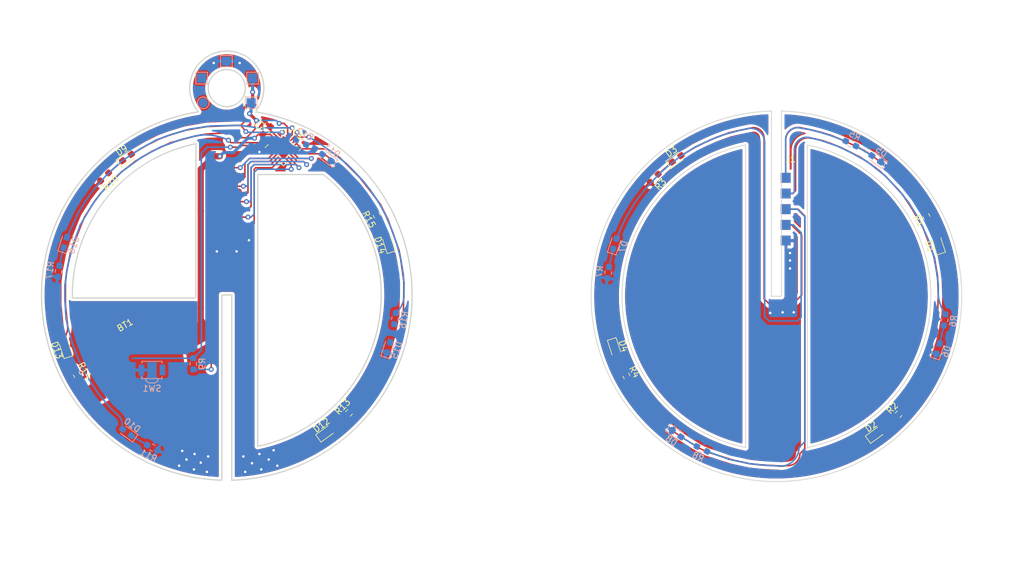
<source format=kicad_pcb>
(kicad_pcb (version 20211014) (generator pcbnew)
  (layers (0 "F.Cu" signal) (31 "B.Cu" signal) (34 "B.Paste" user) (35 "F.Paste" user) (36 "B.SilkS" user "B.Silkscreen") (37 "F.SilkS" user "F.Silkscreen") (38 "B.Mask" user) (39 "F.Mask" user) (44 "Edge.Cuts" user))
  (net 0 "")
  (net 1 "+3V0")
  (net 2 "GND")
  (net 3 "Net-(D1-Pad2)")
  (net 4 "Net-(D2-Pad2)")
  (net 5 "Net-(D4-Pad2)")
  (net 6 "Net-(D5-Pad2)")
  (net 7 "Net-(D6-Pad2)")
  (net 8 "Net-(D8-Pad2)")
  (net 9 "Net-(D9-Pad1)")
  (net 10 "Net-(D11-Pad2)")
  (net 11 "Net-(D12-Pad2)")
  (net 12 "Net-(D13-Pad1)")
  (net 13 "Net-(D14-Pad2)")
  (net 14 "/Main Half/!MCLR")
  (net 15 "/Main Half/LED_13")
  (net 16 "/Main Half/LED_12")
  (net 17 "/Main Half/LED_11")
  (net 18 "/Main Half/LED_14")
  (net 19 "/Main Half/LED_15")
  (net 20 "/Main Half/USER_BTN")
  (net 21 "/Main Half/LED_7")
  (net 22 "/Main Half/LED_6")
  (net 23 "/Main Half/LED_5")
  (net 24 "/Main Half/LED_10")
  (net 25 "/Main Half/LED_9")
  (net 26 "/Main Half/LED_8")
  (net 27 "/Main Half/LED_2")
  (net 28 "/Main Half/LED_1")
  (net 29 "/Main Half/LED_0")
  (net 30 "/Main Half/LED_4")
  (net 31 "/Main Half/LED_3")
  (net 32 "/Main Half/AUX_LED_8")
  (net 33 "/Main Half/AUX_LED_12")
  (net 34 "/Main Half/AUX_LED_9")
  (net 35 "/Main Half/AUX_LED_13")
  (net 36 "/Main Half/AUX_LED_10")
  (net 37 "/Main Half/AUX_LED_14")
  (net 38 "/Main Half/AUX_LED_11")
  (net 39 "/Main Half/AUX_LED_15")
  (net 40 "/Main Half/PGD")
  (net 41 "/Main Half/PGC")
  (net 42 "/Main Half/VDD")
  (net 43 "Net-(D10-Pad1)")
  (net 44 "Net-(D15-Pad2)")
  (net 45 "Net-(D16-Pad1)")
  (net 46 "Net-(R7-Pad1)")
  (net 47 "Net-(D3-Pad1)")
  (footprint "Resistor_SMD:R_0603_1608Metric_Pad0.98x0.95mm_HandSolder" (layer "F.Cu") (at 90.997504 88.978504 118)
    (fp_text reference "R15")
    (fp_text value "R_Small")
  )
  (footprint "Resistor_SMD:R_0603_1608Metric_Pad0.98x0.95mm_HandSolder" (layer "F.Cu") (at 46.9346 82.785867 -134)
    (fp_text reference "R10")
    (fp_text value "R_Small")
  )
  (footprint "LED_SMD:LED_0603_1608Metric_Pad1.05x0.95mm_HandSolder" (layer "F.Cu") (at 171.864094 124.347967 36)
    (fp_text reference "D2")
    (fp_text value "LED")
  )
  (footprint "conn:main_conn_5x2" (layer "F.Cu") (at 66.716445 80.388872)
    (fp_text reference "J2" hide)
    (fp_text value "Main Side" hide)
  )
  (footprint "Resistor_SMD:R_0603_1608Metric_Pad0.98x0.95mm_HandSolder" (layer "F.Cu") (at 179.981059 89.189532 118)
    (fp_text reference "R1")
    (fp_text value "R_Small")
  )
  (footprint "LED_SMD:LED_0603_1608Metric_Pad1.05x0.95mm_HandSolder" (layer "F.Cu") (at 92.870499 93.391005 108)
    (fp_text reference "D14")
    (fp_text value "LED")
  )
  (footprint "LED_SMD:LED_0603_1608Metric_Pad1.05x0.95mm_HandSolder" (layer "F.Cu") (at 82.880539 124.136939 36)
    (fp_text reference "D12")
    (fp_text value "LED")
  )
  (footprint "LED_SMD:LED_0603_1608Metric_Pad1.05x0.95mm_HandSolder" (layer "F.Cu") (at 50.552351 79.641005 36)
    (fp_text reference "D9")
    (fp_text value "LED")
  )
  (footprint "Resistor_SMD:R_0603_1608Metric_Pad0.98x0.95mm_HandSolder" (layer "F.Cu") (at 175.481845 121.203105 46)
    (fp_text reference "R2")
    (fp_text value "R_Small")
  )
  (footprint "LED_SMD:LED_0603_1608Metric_Pad1.05x0.95mm_HandSolder" (layer "F.Cu") (at 181.854054 93.602033 108)
    (fp_text reference "D1")
    (fp_text value "LED")
  )
  (footprint "xmas22:BH57A-5" (layer "F.Cu") (at 53.796445 112.933872 30)
    (fp_text reference "BT1")
    (fp_text value "CR1620")
  )
  (footprint "LED_SMD:LED_0603_1608Metric_Pad1.05x0.95mm_HandSolder" (layer "F.Cu") (at 40.562391 110.386939 108)
    (fp_text reference "D13")
    (fp_text value "LED")
  )
  (footprint "NetTie:NetTie-2_SMD_Pad0.5mm" (layer "F.Cu") (at 69.396445 73.283872 -45)
    (fp_text reference "NT1" hide)
    (fp_text value "NetTie_2" hide)
  )
  (footprint "Resistor_SMD:R_0603_1608Metric_Pad0.98x0.95mm_HandSolder" (layer "F.Cu") (at 86.49829 120.992077 46)
    (fp_text reference "R13")
    (fp_text value "R_Small")
  )
  (footprint "conn:aux_conn_5x2" (layer "F.Cu") (at 158 80.38)
    (fp_text reference "J1")
    (fp_text value "Aux side")
  )
  (footprint "Resistor_SMD:R_0603_1608Metric_Pad0.98x0.95mm_HandSolder" (layer "F.Cu") (at 131.418941 115.010468 -62)
    (fp_text reference "R4")
    (fp_text value "R_Small")
  )
  (footprint "Package_DFN_QFN:QFN-20-1EP_4x4mm_P0.5mm_EP2.7x2.7mm" (layer "F.Cu") (at 75.896445 78.033872 45)
    (fp_text reference "IC1")
    (fp_text value "PIC16F18044-I_ML" hide)
  )
  (footprint "Capacitor_SMD:C_0603_1608Metric_Pad1.08x0.95mm_HandSolder" (layer "F.Cu") (at 73.146445 75.283872 45)
    (fp_text reference "C1")
    (fp_text value "100n" hide)
  )
  (footprint "NetTie:NetTie-2_SMD_Pad0.5mm" (layer "F.Cu") (at 71.146445 73.283872 -45)
    (fp_text reference "NT2" hide)
    (fp_text value "NetTie_2" hide)
  )
  (footprint "Resistor_SMD:R_0603_1608Metric_Pad0.98x0.95mm_HandSolder" (layer "F.Cu") (at 42.435386 114.79944 -62)
    (fp_text reference "R14")
    (fp_text value "R_Small")
  )
  (footprint "Resistor_SMD:R_0603_1608Metric_Pad0.98x0.95mm_HandSolder" (layer "F.Cu") (at 135.918155 82.996895 -134)
    (fp_text reference "R3")
    (fp_text value "R_Small")
  )
  (footprint "LED_SMD:LED_0603_1608Metric_Pad1.05x0.95mm_HandSolder" (layer "F.Cu") (at 129.545946 110.597967 -72)
    (fp_text reference "D4")
    (fp_text value "LED")
  )
  (footprint "LED_SMD:LED_0603_1608Metric_Pad1.05x0.95mm_HandSolder" (layer "F.Cu") (at 139.535906 79.852033 36)
    (fp_text reference "D3")
    (fp_text value "LED")
  )
  (footprint "TestPoint:TestPoint_Pad_1.5x1.5mm" (layer "B.Cu") (at 62.646445 66.783872)
    (fp_text reference "TP2" hide)
    (fp_text value "TestPoint" hide)
  )
  (footprint "LED_SMD:LED_0603_1608Metric_Pad1.05x0.95mm_HandSolder" (layer "B.Cu") (at 139.535906 124.347967 -36)
    (fp_text reference "D8")
    (fp_text value "LED")
  )
  (footprint "TestPoint:TestPoint_Pad_D1.5mm" (layer "B.Cu") (at 62.896445 70.783872)
    (fp_text reference "TP1" hide)
    (fp_text value "TestPoint" hide)
  )
  (footprint "Resistor_SMD:R_0603_1608Metric_Pad0.98x0.95mm_HandSolder" (layer "B.Cu") (at 39.484073 98.061712 -98)
    (fp_text reference "R17")
    (fp_text value "R_Small")
  )
  (footprint "Button_Switch_SMD:SW_SPST_B3U-3000P" (layer "B.Cu") (at 54.596445 114.033872)
    (fp_text reference "SW1")
    (fp_text value "SW_Push")
  )
  (footprint "LED_SMD:LED_0603_1608Metric_Pad1.05x0.95mm_HandSolder" (layer "B.Cu") (at 171.864094 79.852033 144)
    (fp_text reference "D5")
    (fp_text value "LED")
  )
  (footprint "TestPoint:TestPoint_Pad_1.5x1.5mm" (layer "B.Cu") (at 66.646445 64.033872)
    (fp_text reference "TP3" hide)
    (fp_text value "TestPoint" hide)
  )
  (footprint "TestPoint:TestPoint_Pad_1.5x1.5mm" (layer "B.Cu") (at 70.646445 70.783872)
    (fp_text reference "TP5" hide)
    (fp_text value "TestPoint" hide)
  )
  (footprint "LED_SMD:LED_0603_1608Metric_Pad1.05x0.95mm_HandSolder" (layer "B.Cu") (at 181.854054 110.597967 72)
    (fp_text reference "D6")
    (fp_text value "LED")
  )
  (footprint "Resistor_SMD:R_0603_1608Metric_Pad0.98x0.95mm_HandSolder" (layer "B.Cu") (at 61.296445 113.033872 90)
    (fp_text reference "R9")
    (fp_text value "47k")
  )
  (footprint "LED_SMD:LED_0603_1608Metric_Pad1.05x0.95mm_HandSolder" (layer "B.Cu") (at 40.562391 93.391005 72)
    (fp_text reference "D16")
    (fp_text value "LED")
  )
  (footprint "TestPoint:TestPoint_Pad_1.5x1.5mm" (layer "B.Cu") (at 70.896445 66.783872)
    (fp_text reference "TP4" hide)
    (fp_text value "TestPoint" hide)
  )
  (footprint "LED_SMD:LED_0603_1608Metric_Pad1.05x0.95mm_HandSolder" (layer "B.Cu") (at 129.545946 93.602033 72)
    (fp_text reference "D7")
    (fp_text value "LED")
  )
  (footprint "LED_SMD:LED_0603_1608Metric_Pad1.05x0.95mm_HandSolder" (layer "B.Cu") (at 92.870499 110.386939 72)
    (fp_text reference "D15")
    (fp_text value "LED")
  )
  (footprint "Resistor_SMD:R_0603_1608Metric_Pad0.98x0.95mm_HandSolder" (layer "B.Cu") (at 78.771652 77.172136 154)
    (fp_text reference "R12")
    (fp_text value "R_Small")
  )
  (footprint "Resistor_SMD:R_0603_1608Metric_Pad0.98x0.95mm_HandSolder" (layer "B.Cu") (at 128.467628 98.27274 -98)
    (fp_text reference "R7")
    (fp_text value "R_Small")
  )
  (footprint "Resistor_SMD:R_0603_1608Metric_Pad0.98x0.95mm_HandSolder" (layer "B.Cu") (at 143.644793 126.816836 -26)
    (fp_text reference "R8")
    (fp_text value "R_Small")
  )
  (footprint "Resistor_SMD:R_0603_1608Metric_Pad0.98x0.95mm_HandSolder" (layer "B.Cu") (at 93.948817 105.716232 82)
    (fp_text reference "R16")
    (fp_text value "R_Small")
  )
  (footprint "LED_SMD:LED_0603_1608Metric_Pad1.05x0.95mm_HandSolder" (layer "B.Cu") (at 82.880539 79.641005 144)
    (fp_text reference "D11")
    (fp_text value "LED")
  )
  (footprint "Resistor_SMD:R_0603_1608Metric_Pad0.98x0.95mm_HandSolder" (layer "B.Cu") (at 182.932372 105.92726 82)
    (fp_text reference "R6")
    (fp_text value "R_Small")
  )
  (footprint "Resistor_SMD:R_0603_1608Metric_Pad0.98x0.95mm_HandSolder" (layer "B.Cu") (at 167.755207 77.383164 154)
    (fp_text reference "R5")
    (fp_text value "R_Small")
  )
  (footprint "Resistor_SMD:R_0603_1608Metric_Pad0.98x0.95mm_HandSolder" (layer "B.Cu") (at 54.661238 126.605808 -26)
    (fp_text reference "R11")
    (fp_text value "R_Small")
  )
  (footprint "LED_SMD:LED_0603_1608Metric_Pad1.05x0.95mm_HandSolder" (layer "B.Cu") (at 50.552351 124.136939 144)
    (fp_text reference "D10")
    (fp_text value "LED")
  )
  (gr_arc (start 96.655662 103.797725) (mid 87.533616 123.49095) (end 67.516445 131.878306) (layer "Edge.Cuts") (width 0.2))
  (gr_line (start 150.700001 77.605103) (end 150.700001 126.594898) (layer "Edge.Cuts") (width 0.13))
  (gr_line (start 154.900001 102.1) (end 156.500001 102.1) (layer "Edge.Cuts") (width 0.13))
  (gr_line (start 67.516445 131.878306) (end 67.516445 101.888974) (layer "Edge.Cuts") (width 0.2))
  (gr_line (start 160.700001 126.594898) (end 160.700001 77.605103) (layer "Edge.Cuts") (width 0.13))
  (gr_line (start 71.716445 82.394077) (end 82.367291 82.394077) (layer "Edge.Cuts") (width 0.2))
  (gr_arc (start 62.114512 72.244039) (mid 60.726938 68.039334) (end 62.601136 64.027817) (layer "Edge.Cuts") (width 0.2))
  (gr_arc (start 130.700001 102.1) (mid 136.335084 86.288612) (end 150.700001 77.605103) (layer "Edge.Cuts") (width 0.13))
  (gr_arc (start 155.700001 132.1) (mid 134.628706 123.454169) (end 125.702668 102.500036) (layer "Edge.Cuts") (width 0.13))
  (gr_arc (start 160.700001 77.605103) (mid 175.064917 86.288612) (end 180.700001 102.1) (layer "Edge.Cuts") (width 0.13))
  (gr_line (start 61.722451 77.394077) (end 61.719402 102.383736) (layer "Edge.Cuts") (width 0.2))
  (gr_arc (start 63.716445 68.394077) (mid 64.595123 66.272753) (end 66.716445 65.394077) (layer "Edge.Cuts") (width 0.2))
  (gr_arc (start 66.716445 65.394077) (mid 68.837764 66.272757) (end 69.716445 68.394077) (layer "Edge.Cuts") (width 0.2))
  (gr_arc (start 41.722 102.383736) (mid 47.198574 86.268407) (end 61.722451 77.394077) (layer "Edge.Cuts") (width 0.2))
  (gr_arc (start 180.700001 102.1) (mid 175.064917 117.911388) (end 160.700001 126.594898) (layer "Edge.Cuts") (width 0.13))
  (gr_arc (start 69.716445 68.394077) (mid 68.837764 70.515394) (end 66.716445 71.394077) (layer "Edge.Cuts") (width 0.2))
  (gr_arc (start 150.700001 126.594898) (mid 136.335084 117.911388) (end 130.700001 102.1) (layer "Edge.Cuts") (width 0.13))
  (gr_arc (start 91.014385 107.772012) (mid 84.071347 119.883622) (end 71.716445 126.383872) (layer "Edge.Cuts") (width 0.2))
  (gr_arc (start 62.601136 64.027817) (mid 66.716446 62.394077) (end 70.831755 64.027817) (layer "Edge.Cuts") (width 0.2))
  (gr_line (start 65.916445 101.888974) (end 65.916445 131.878306) (layer "Edge.Cuts") (width 0.2))
  (gr_arc (start 125.702668 102.500036) (mid 134.066755 81.315326) (end 154.900001 72.110669) (layer "Edge.Cuts") (width 0.13))
  (gr_arc (start 70.831755 64.027817) (mid 72.705946 68.039334) (end 71.318379 72.244039) (layer "Edge.Cuts") (width 0.2))
  (gr_arc (start 66.716445 71.394077) (mid 64.595123 70.515398) (end 63.716445 68.394077) (layer "Edge.Cuts") (width 0.2))
  (gr_arc (start 82.367291 82.394077) (mid 90.380473 93.825865) (end 91.014385 107.772012) (layer "Edge.Cuts") (width 0.2))
  (gr_arc (start 36.777229 103.797725) (mid 43.324533 83.10551) (end 62.114512 72.244039) (layer "Edge.Cuts") (width 0.2))
  (gr_arc (start 71.318379 72.244039) (mid 90.108356 83.105512) (end 96.655662 103.797725) (layer "Edge.Cuts") (width 0.2))
  (gr_arc (start 156.500001 72.110669) (mid 177.333247 81.315326) (end 185.697333 102.500036) (layer "Edge.Cuts") (width 0.13))
  (gr_line (start 71.716445 126.383872) (end 71.716445 82.394077) (layer "Edge.Cuts") (width 0.2))
  (gr_line (start 156.500001 102.1) (end 156.500001 72.110669) (layer "Edge.Cuts") (width 0.13))
  (gr_line (start 61.719402 102.383736) (end 41.722 102.383736) (layer "Edge.Cuts") (width 0.2))
  (gr_arc (start 185.697333 102.500036) (mid 176.771295 123.454169) (end 155.700001 132.1) (layer "Edge.Cuts") (width 0.13))
  (gr_line (start 154.900001 72.110669) (end 154.900001 102.1) (layer "Edge.Cuts") (width 0.13))
  (gr_arc (start 65.916445 131.878306) (mid 45.899273 123.490951) (end 36.777229 103.797725) (layer "Edge.Cuts") (width 0.2))
  (gr_line (start 67.516445 101.888974) (end 65.916445 101.888974) (layer "Edge.Cuts") (width 0.2))
  (segment (start 62.5 103.930317) (end 62.5 88.269682) (width 1) (layer "F.Cu") (net 1))
  (segment (start 62.496445 88.266127) (end 62.496445 81.533872) (width 1) (layer "F.Cu") (net 1))
  (segment (start 71.812065 75.893752) (end 71.196445 76.509372) (width 0.25) (layer "F.Cu") (net 1))
  (segment (start 49.896445 104.933872) (end 59.525 104.933872) (width 1) (layer "F.Cu") (net 1))
  (segment (start 62.5 107.908872) (end 62.5 103.930317) (width 1) (layer "F.Cu") (net 1))
  (segment (start 45.09289 117.958872) (end 45.09289 109.737427) (width 1) (layer "F.Cu") (net 1))
  (segment (start 62.496445 81.533872) (end 64.596445 79.433872) (width 1) (layer "F.Cu") (net 1))
  (segment (start 72.536565 75.893752) (end 71.812065 75.893752) (width 0.25) (layer "F.Cu") (net 1))
  (segment (start 45.09289 109.737427) (end 49.896445 104.933872) (width 1) (layer "F.Cu") (net 1))
  (segment (start 74.517587 76.655014) (end 73.756325 75.893752) (width 0.25) (layer "F.Cu") (net 1))
  (segment (start 59.525 104.933872) (end 62.5 107.908872) (width 1) (layer "F.Cu") (net 1))
  (segment (start 64.596445 79.433872) (end 65.596445 79.433872) (width 1) (layer "F.Cu") (net 1))
  (segment (start 62.5 88.269682) (end 62.496445 88.266127) (width 1) (layer "F.Cu") (net 1))
  (segment (start 64.196445 113.933872) (end 64.196445 109.605317) (width 0.25) (layer "F.Cu") (net 1))
  (segment (start 73.756325 75.893752) (end 72.536565 75.893752) (width 0.25) (layer "F.Cu") (net 1))
  (segment (start 64.196445 109.605317) (end 62.5 107.908872) (width 0.25) (layer "F.Cu") (net 1))
  (via (at 64.196445 113.933872) (size 0.8) (drill 0.4) (layers "F.Cu" "B.Cu") (net 1))
  (via (at 65.596445 79.433872) (size 0.8) (drill 0.4) (layers "F.Cu" "B.Cu") (net 1))
  (via (at 71.196445 76.509372) (size 0.8) (drill 0.4) (layers "F.Cu" "B.Cu") (net 1))
  (segment (start 64.196445 113.933872) (end 64.383945 113.946372) (width 0.25) (layer "B.Cu") (net 1))
  (segment (start 65.596445 79.433872) (end 66.196445 78.833872) (width 0.5) (layer "B.Cu") (net 1))
  (segment (start 67.796445 78.833872) (end 70.120945 76.509372) (width 0.5) (layer "B.Cu") (net 1))
  (segment (start 64.383945 113.946372) (end 61.296445 113.946372) (width 0.25) (layer "B.Cu") (net 1))
  (segment (start 66.196445 78.833872) (end 67.796445 78.833872) (width 0.5) (layer "B.Cu") (net 1))
  (segment (start 70.120945 76.509372) (end 71.196445 76.509372) (width 0.5) (layer "B.Cu") (net 1))
  (segment (start 73.296445 78.033872) (end 72.596445 78.733872) (width 0.25) (layer "F.Cu") (net 2))
  (segment (start 73.756325 75.257355) (end 73.756325 74.673992) (width 0.25) (layer "F.Cu") (net 2))
  (segment (start 72.596445 78.733872) (end 71.996445 78.733872) (width 0.25) (layer "F.Cu") (net 2))
  (segment (start 75.896445 78.033872) (end 73.296445 78.033872) (width 0.25) (layer "F.Cu") (net 2))
  (segment (start 75.896445 77.326765) (end 74.87114 76.30146) (width 0.25) (layer "F.Cu") (net 2))
  (segment (start 75.896445 78.033872) (end 75.896445 77.326765) (width 0.25) (layer "F.Cu") (net 2))
  (segment (start 73.756325 74.673992) (end 73.756325 75.186645) (width 0.25) (layer "F.Cu") (net 2))
  (segment (start 73.756325 75.186645) (end 74.87114 76.30146) (width 0.25) (layer "F.Cu") (net 2))
  (via (at 62.496445 129.033872) (size 0.8) (drill 0.4) (layers "F.Cu" "B.Cu") (net 2))
  (via (at 70.296445 93.033872) (size 0.8) (drill 0.4) (layers "F.Cu" "B.Cu") (net 2))
  (via (at 58.996445 129.533872) (size 0.8) (drill 0.4) (layers "F.Cu" "B.Cu") (net 2))
  (via (at 73.496445 128.533872) (size 0.8) (drill 0.4) (layers "F.Cu" "B.Cu") (net 2))
  (via (at 69.696445 130.533872) (size 0.8) (drill 0.4) (layers "F.Cu" "B.Cu") (net 2))
  (via (at 63.496445 130.533872) (size 0.8) (drill 0.4) (layers "F.Cu" "B.Cu") (net 2))
  (via (at 70.796445 129.133872) (size 0.8) (drill 0.4) (layers "F.Cu" "B.Cu") (net 2))
  (via (at 157.9 95.1) (size 0.8) (drill 0.4) (layers "F.Cu" "B.Cu") (net 2))
  (via (at 63.696445 128.033872) (size 0.8) (drill 0.4) (layers "F.Cu" "B.Cu") (net 2))
  (via (at 71.996445 78.733872) (size 0.8) (drill 0.4) (layers "F.Cu" "B.Cu") (net 2))
  (via (at 69.396445 128.033872) (size 0.8) (drill 0.4) (layers "F.Cu" "B.Cu") (net 2))
  (via (at 154.7 104.8) (size 0.8) (drill 0.4) (layers "F.Cu" "B.Cu") (net 2))
  (via (at 157.9 97.6) (size 0.8) (drill 0.4) (layers "F.Cu" "B.Cu") (net 2))
  (via (at 60.196445 128.533872) (size 0.8) (drill 0.4) (layers "F.Cu" "B.Cu") (net 2))
  (via (at 74.296445 127.033872) (size 0.8) (drill 0.4) (layers "F.Cu" "B.Cu") (net 2))
  (via (at 59.496445 127.133872) (size 0.8) (drill 0.4) (layers "F.Cu" "B.Cu") (net 2))
  (via (at 74.896445 129.533872) (size 0.8) (drill 0.4) (layers "F.Cu" "B.Cu") (net 2))
  (via (at 68.796445 64.333872) (size 0.8) (drill 0.4) (layers "F.Cu" "B.Cu") (net 2))
  (via (at 61.396445 130.133872) (size 0.8) (drill 0.4) (layers "F.Cu" "B.Cu") (net 2))
  (via (at 157.9 96.3) (size 0.8) (drill 0.4) (layers "F.Cu" "B.Cu") (net 2))
  (via (at 68.296445 94.833872) (size 0.8) (drill 0.4) (layers "F.Cu" "B.Cu") (net 2))
  (via (at 72.296445 130.133872) (size 0.8) (drill 0.4) (layers "F.Cu" "B.Cu") (net 2))
  (via (at 71.996445 127.633872) (size 0.8) (drill 0.4) (layers "F.Cu" "B.Cu") (net 2))
  (via (at 65.096445 94.833872) (size 0.8) (drill 0.4) (layers "F.Cu" "B.Cu") (net 2))
  (via (at 156.7 104.7) (size 0.8) (drill 0.4) (layers "F.Cu" "B.Cu") (net 2))
  (via (at 61.496445 127.633872) (size 0.8) (drill 0.4) (layers "F.Cu" "B.Cu") (net 2))
  (via (at 158.5 104.7) (size 0.8) (drill 0.4) (layers "F.Cu" "B.Cu") (net 2))
  (via (at 64.596445 64.333872) (size 0.8) (drill 0.4) (layers "F.Cu" "B.Cu") (net 2))
  (segment (start 66.646445 64.033872) (end 64.896445 64.033872) (width 0.25) (layer "B.Cu") (net 2))
  (segment (start 64.896445 64.033872) (end 64.596445 64.333872) (width 0.25) (layer "B.Cu") (net 2))
  (segment (start 66.646445 64.033872) (end 68.496445 64.033872) (width 0.25) (layer "B.Cu") (net 2))
  (segment (start 68.496445 64.033872) (end 68.796445 64.333872) (width 0.25) (layer "B.Cu") (net 2))
  (segment (start 180.409452 89.995222) (end 181.583664 92.769859) (width 0.25) (layer "F.Cu") (net 3))
  (segment (start 174.847969 121.859503) (end 172.571984 123.833655) (width 0.25) (layer "F.Cu") (net 4))
  (segment (start 129.816336 111.430141) (end 130.990548 114.204778) (width 0.25) (layer "F.Cu") (net 5))
  (segment (start 168.575357 77.783178) (end 171.156204 79.337721) (width 0.25) (layer "B.Cu") (net 6))
  (segment (start 182.805377 106.83088) (end 182.124444 109.765793) (width 0.25) (layer "B.Cu") (net 7))
  (segment (start 140.243796 124.862279) (end 142.824643 126.416822) (width 0.25) (layer "B.Cu") (net 8))
  (segment (start 47.568476 82.129469) (end 49.844461 80.155317) (width 0.25) (layer "F.Cu") (net 9))
  (segment (start 85.864414 121.648475) (end 83.588429 123.622627) (width 0.25) (layer "F.Cu") (net 11))
  (segment (start 40.832781 111.219113) (end 42.006993 113.99375) (width 0.25) (layer "F.Cu") (net 12))
  (segment (start 91.425897 89.784194) (end 92.600109 92.558831) (width 0.25) (layer "F.Cu") (net 13))
  (segment (start 70.146445 85.283872) (end 70.146445 80.783872) (width 0.25) (layer "F.Cu") (net 15))
  (segment (start 70.646445 80.283872) (end 73.646445 80.283872) (width 0.25) (layer "F.Cu") (net 15))
  (segment (start 70.146445 80.783872) (end 70.646445 80.283872) (width 0.25) (layer "F.Cu") (net 15))
  (segment (start 68.316445 85.468872) (end 69.961445 85.468872) (width 0.25) (layer "F.Cu") (net 15))
  (segment (start 73.646445 80.283872) (end 74.517587 79.41273) (width 0.25) (layer "F.Cu") (net 15))
  (segment (start 69.961445 85.468872) (end 70.146445 85.283872) (width 0.25) (layer "F.Cu") (net 15))
  (segment (start 69.646445 82.783872) (end 69.646445 80.533872) (width 0.25) (layer "F.Cu") (net 16))
  (segment (start 69.501445 82.928872) (end 69.646445 82.783872) (width 0.25) (layer "F.Cu") (net 16))
  (segment (start 73.439338 79.783872) (end 74.164033 79.059177) (width 0.25) (layer "F.Cu") (net 16))
  (segment (start 70.396445 79.783872) (end 73.439338 79.783872) (width 0.25) (layer "F.Cu") (net 16))
  (segment (start 68.316445 82.928872) (end 69.501445 82.928872) (width 0.25) (layer "F.Cu") (net 16))
  (segment (start 69.646445 80.533872) (end 70.396445 79.783872) (width 0.25) (layer "F.Cu") (net 16))
  (segment (start 65.396445 89.283872) (end 65.116445 89.563872) (width 0.25) (layer "F.Cu") (net 17))
  (segment (start 70.146445 89.283872) (end 65.396445 89.283872) (width 0.25) (layer "F.Cu") (net 17))
  (segment (start 77.146445 80.698086) (end 76.568196 80.119837) (width 0.25) (layer "F.Cu") (net 17))
  (segment (start 65.116445 89.563872) (end 65.116445 90.548872) (width 0.25) (layer "F.Cu") (net 17))
  (segment (start 77.146445 81.533872) (end 77.146445 80.698086) (width 0.25) (layer "F.Cu") (net 17))
  (via (at 70.146445 89.283872) (size 0.8) (drill 0.4) (layers "F.Cu" "B.Cu") (net 17))
  (via (at 77.146445 81.533872) (size 0.8) (drill 0.4) (layers "F.Cu" "B.Cu") (net 17))
  (segment (start 70.646445 89.283872) (end 71.146445 88.783872) (width 0.25) (layer "B.Cu") (net 17))
  (segment (start 71.146445 88.783872) (end 71.146445 82.033872) (width 0.25) (layer "B.Cu") (net 17))
  (segment (start 71.646445 81.533872) (end 77.146445 81.533872) (width 0.25) (layer "B.Cu") (net 17))
  (segment (start 70.146445 89.283872) (end 70.646445 89.283872) (width 0.25) (layer "B.Cu") (net 17))
  (segment (start 71.146445 82.033872) (end 71.646445 81.533872) (width 0.25) (layer "B.Cu") (net 17))
  (segment (start 70.646445 81.283872) (end 71.146445 80.783872) (width 0.25) (layer "F.Cu") (net 18))
  (segment (start 70.171445 88.008872) (end 70.646445 87.533872) (width 0.25) (layer "F.Cu") (net 18))
  (segment (start 70.646445 87.533872) (end 70.646445 81.283872) (width 0.25) (layer "F.Cu") (net 18))
  (segment (start 71.146445 80.783872) (end 73.853552 80.783872) (width 0.25) (layer "F.Cu") (net 18))
  (segment (start 68.316445 88.008872) (end 70.171445 88.008872) (width 0.25) (layer "F.Cu") (net 18))
  (segment (start 73.853552 80.783872) (end 74.87114 79.766284) (width 0.25) (layer "F.Cu") (net 18))
  (segment (start 68.316445 90.548872) (end 70.881445 90.548872) (width 0.25) (layer "F.Cu") (net 19))
  (segment (start 71.396445 81.283872) (end 74.060659 81.283872) (width 0.25) (layer "F.Cu") (net 19))
  (segment (start 70.881445 90.548872) (end 71.146445 90.283872) (width 0.25) (layer "F.Cu") (net 19))
  (segment (start 71.146445 81.533872) (end 71.396445 81.283872) (width 0.25) (layer "F.Cu") (net 19))
  (segment (start 74.060659 81.283872) (end 75.224694 80.119837) (width 0.25) (layer "F.Cu") (net 19))
  (segment (start 71.146445 90.283872) (end 71.146445 81.533872) (width 0.25) (layer "F.Cu") (net 19))
  (segment (start 72.904592 77.362121) (end 73.81048 77.362121) (width 0.25) (layer "F.Cu") (net 20))
  (segment (start 69.170945 77.683872) (end 72.582841 77.683872) (width 0.25) (layer "F.Cu") (net 20))
  (segment (start 72.582841 77.683872) (end 72.904592 77.362121) (width 0.25) (layer "F.Cu") (net 20))
  (segment (start 67.296445 77.958372) (end 68.896445 77.958372) (width 0.25) (layer "F.Cu") (net 20))
  (segment (start 68.896445 77.958372) (end 69.170945 77.683872) (width 0.25) (layer "F.Cu") (net 20))
  (via (at 67.296445 77.958372) (size 0.8) (drill 0.4) (layers "F.Cu" "B.Cu") (net 20))
  (segment (start 67.296445 77.958372) (end 63.571945 77.958372) (width 0.25) (layer "B.Cu") (net 20))
  (segment (start 62.596445 110.846372) (end 61.308945 112.133872) (width 0.25) (layer "B.Cu") (net 20))
  (segment (start 63.571945 77.958372) (end 62.596445 78.933872) (width 0.25) (layer "B.Cu") (net 20))
  (segment (start 61.308945 112.133872) (end 61.296445 112.121372) (width 0.25) (layer "B.Cu") (net 20))
  (segment (start 57.746445 112.133872) (end 61.283945 112.133872) (width 0.25) (layer "B.Cu") (net 20))
  (segment (start 61.283945 112.133872) (end 61.296445 112.121372) (width 0.25) (layer "B.Cu") (net 20))
  (segment (start 51.446445 112.133872) (end 57.746445 112.133872) (width 0.25) (layer "B.Cu") (net 20))
  (segment (start 62.596445 78.933872) (end 62.596445 110.846372) (width 0.25) (layer "B.Cu") (net 20))
  (segment (start 77.296445 75.926765) (end 77.296445 74.833872) (width 0.25) (layer "F.Cu") (net 21))
  (segment (start 76.92175 76.30146) (end 77.296445 75.926765) (width 0.25) (layer "F.Cu") (net 21))
  (via (at 77.296445 74.833872) (size 0.8) (drill 0.4) (layers "F.Cu" "B.Cu") (net 21))
  (segment (start 43.796445 86.733872) (end 45.096445 84.933872) (width 0.25) (layer "B.Cu") (net 21))
  (segment (start 45.096445 84.933872) (end 47.096445 82.633872) (width 0.25) (layer "B.Cu") (net 21))
  (segment (start 72.796445 74.833872) (end 72.596445 75.033872) (width 0.25) (layer "B.Cu") (net 21))
  (segment (start 68.596445 74.433872) (end 70.496445 74.633872) (width 0.25) (layer "B.Cu") (net 21))
  (segment (start 70.496445 74.633872) (end 72.596445 75.033872) (width 0.25) (layer "B.Cu") (net 21))
  (segment (start 60.696445 75.033872) (end 64.096445 74.533872) (width 0.25) (layer "B.Cu") (net 21))
  (segment (start 52.696445 78.233872) (end 55.196445 76.833872) (width 0.25) (layer "B.Cu") (net 21))
  (segment (start 47.096445 82.633872) (end 49.696445 80.233872) (width 0.25) (layer "B.Cu") (net 21))
  (segment (start 40.832781 92.558831) (end 42.696445 88.533872) (width 0.25) (layer "B.Cu") (net 21))
  (segment (start 55.196445 76.833872) (end 57.596445 75.933872) (width 0.25) (layer "B.Cu") (net 21))
  (segment (start 42.696445 88.533872) (end 43.796445 86.733872) (width 0.25) (layer "B.Cu") (net 21))
  (segment (start 49.696445 80.233872) (end 52.696445 78.233872) (width 0.25) (layer "B.Cu") (net 21))
  (segment (start 57.596445 75.933872) (end 60.696445 75.033872) (width 0.25) (layer "B.Cu") (net 21))
  (segment (start 77.296445 74.833872) (end 72.796445 74.833872) (width 0.25) (layer "B.Cu") (net 21))
  (segment (start 64.096445 74.533872) (end 68.596445 74.433872) (width 0.25) (layer "B.Cu") (net 21))
  (segment (start 77.628857 77.00146) (end 78.296445 76.333872) (width 0.25) (layer "F.Cu") (net 22))
  (segment (start 78.296445 76.333872) (end 79.996445 76.333872) (width 0.25) (layer "F.Cu") (net 22))
  (segment (start 77.628857 77.008567) (end 77.628857 77.00146) (width 0.25) (layer "F.Cu") (net 22))
  (via (at 79.996445 76.333872) (size 0.8) (drill 0.4) (layers "F.Cu" "B.Cu") (net 22))
  (segment (start 88.796445 83.433872) (end 89.896445 84.833872) (width 0.25) (layer "B.Cu") (net 22))
  (segment (start 94.296445 93.833872) (end 94.896445 96.133872) (width 0.25) (layer "B.Cu") (net 22))
  (segment (start 87.096445 81.633872) (end 88.796445 83.433872) (width 0.25) (layer "B.Cu") (net 22))
  (segment (start 91.496445 87.233872) (end 92.396445 88.933872) (width 0.25) (layer "B.Cu") (net 22))
  (segment (start 95.396445 100.133872) (end 95.396445 102.233872) (width 0.25) (layer "B.Cu") (net 22))
  (segment (start 81.696445 77.333872) (end 83.696445 78.733872) (width 0.25) (layer "B.Cu") (net 22))
  (segment (start 94.286838 104.608828) (end 94.075812 104.812612) (width 0.25) (layer "B.Cu") (net 22))
  (segment (start 86.096445 80.633872) (end 87.096445 81.633872) (width 0.25) (layer "B.Cu") (net 22))
  (segment (start 79.996445 76.333872) (end 81.696445 77.333872) (width 0.25) (layer "B.Cu") (net 22))
  (segment (start 92.396445 88.933872) (end 93.596445 91.733872) (width 0.25) (layer "B.Cu") (net 22))
  (segment (start 90.596445 85.833872) (end 91.496445 87.233872) (width 0.25) (layer "B.Cu") (net 22))
  (segment (start 89.896445 84.833872) (end 90.596445 85.833872) (width 0.25) (layer "B.Cu") (net 22))
  (segment (start 93.596445 91.733872) (end 94.296445 93.833872) (width 0.25) (layer "B.Cu") (net 22))
  (segment (start 83.696445 78.733872) (end 86.096445 80.633872) (width 0.25) (layer "B.Cu") (net 22))
  (segment (start 94.896445 96.133872) (end 95.296445 98.533872) (width 0.25) (layer "B.Cu") (net 22))
  (segment (start 95.296445 98.533872) (end 95.396445 100.133872) (width 0.25) (layer "B.Cu") (net 22))
  (arc (start 95.396445 102.233872) (mid 95.061264 103.523989) (end 94.286838 104.608828) (width 0.25) (layer "B.Cu") (net 22))
  (segment (start 87.596445 84.033872) (end 83.182231 79.619658) (width 0.25) (layer "F.Cu") (net 23))
  (segment (start 90.569111 88.172814) (end 89.596445 86.633872) (width 0.25) (layer "F.Cu") (net 23))
  (segment (start 89.596445 86.633872) (end 87.596445 84.033872) (width 0.25) (layer "F.Cu") (net 23))
  (segment (start 78.310659 79.033872) (end 77.98241 78.705623) (width 0.25) (layer "F.Cu") (net 23))
  (segment (start 81.768018 79.033872) (end 78.310659 79.033872) (width 0.25) (layer "F.Cu") (net 23))
  (arc (start 83.182231 79.619658) (mid 82.533385 79.186113) (end 81.768018 79.033872) (width 0.25) (layer "F.Cu") (net 23))
  (segment (start 78.396445 81.283872) (end 78.396445 81.240979) (width 0.25) (layer "F.Cu") (net 24))
  (segment (start 78.396445 81.240979) (end 76.92175 79.766284) (width 0.25) (layer "F.Cu") (net 24))
  (segment (start 69.896445 86.783872) (end 65.396445 86.783872) (width 0.25) (layer "F.Cu") (net 24))
  (segment (start 65.116445 87.063872) (end 65.116445 88.008872) (width 0.25) (layer "F.Cu") (net 24))
  (segment (start 65.396445 86.783872) (end 65.116445 87.063872) (width 0.25) (layer "F.Cu") (net 24))
  (via (at 78.396445 81.283872) (size 0.8) (drill 0.4) (layers "F.Cu" "B.Cu") (net 24))
  (via (at 69.896445 86.783872) (size 0.8) (drill 0.4) (layers "F.Cu" "B.Cu") (net 24))
  (segment (start 70.646445 86.533872) (end 70.646445 81.283872) (width 0.25) (layer "B.Cu") (net 24))
  (segment (start 77.896445 80.783872) (end 78.396445 81.283872) (width 0.25) (layer "B.Cu") (net 24))
  (segment (start 69.896445 86.783872) (end 70.396445 86.783872) (width 0.25) (layer "B.Cu") (net 24))
  (segment (start 70.646445 81.283872) (end 71.146445 80.783872) (width 0.25) (layer "B.Cu") (net 24))
  (segment (start 70.396445 86.783872) (end 70.646445 86.533872) (width 0.25) (layer "B.Cu") (net 24))
  (segment (start 71.146445 80.783872) (end 77.896445 80.783872) (width 0.25) (layer "B.Cu") (net 24))
  (segment (start 65.116445 84.563872) (end 65.116445 85.468872) (width 0.25) (layer "F.Cu") (net 25))
  (segment (start 78.146445 80.283872) (end 77.275303 79.41273) (width 0.25) (layer "F.Cu") (net 25))
  (segment (start 65.396445 84.283872) (end 65.116445 84.563872) (width 0.25) (layer "F.Cu") (net 25))
  (segment (start 79.646445 80.783872) (end 79.146445 80.283872) (width 0.25) (layer "F.Cu") (net 25))
  (segment (start 69.396445 84.283872) (end 65.396445 84.283872) (width 0.25) (layer "F.Cu") (net 25))
  (segment (start 79.146445 80.283872) (end 78.146445 80.283872) (width 0.25) (layer "F.Cu") (net 25))
  (via (at 69.396445 84.283872) (size 0.8) (drill 0.4) (layers "F.Cu" "B.Cu") (net 25))
  (via (at 79.646445 80.783872) (size 0.8) (drill 0.4) (layers "F.Cu" "B.Cu") (net 25))
  (segment (start 69.896445 84.283872) (end 70.146445 84.033872) (width 0.25) (layer "B.Cu") (net 25))
  (segment (start 70.146445 84.033872) (end 70.146445 80.783872) (width 0.25) (layer "B.Cu") (net 25))
  (segment (start 70.646445 80.283872) (end 79.146445 80.283872) (width 0.25) (layer "B.Cu") (net 25))
  (segment (start 70.146445 80.783872) (end 70.646445 80.283872) (width 0.25) (layer "B.Cu") (net 25))
  (segment (start 79.146445 80.283872) (end 79.646445 80.783872) (width 0.25) (layer "B.Cu") (net 25))
  (segment (start 69.396445 84.283872) (end 69.896445 84.283872) (width 0.25) (layer "B.Cu") (net 25))
  (segment (start 65.116445 82.928872) (end 65.116445 81.563872) (width 0.25) (layer "F.Cu") (net 26))
  (segment (start 65.116445 81.563872) (end 65.396445 81.283872) (width 0.25) (layer "F.Cu") (net 26))
  (segment (start 78.353552 79.783872) (end 77.628857 79.059177) (width 0.25) (layer "F.Cu") (net 26))
  (segment (start 80.396445 79.783872) (end 78.353552 79.783872) (width 0.25) (layer "F.Cu") (net 26))
  (segment (start 65.396445 81.283872) (end 68.896445 81.283872) (width 0.25) (layer "F.Cu") (net 26))
  (via (at 80.396445 79.783872) (size 0.8) (drill 0.4) (layers "F.Cu" "B.Cu") (net 26))
  (via (at 68.896445 81.283872) (size 0.8) (drill 0.4) (layers "F.Cu" "B.Cu") (net 26))
  (segment (start 70.396445 79.783872) (end 80.396445 79.783872) (width 0.25) (layer "B.Cu") (net 26))
  (segment (start 68.896445 81.283872) (end 70.396445 79.783872) (width 0.25) (layer "B.Cu") (net 26))
  (segment (start 78.096445 75.833872) (end 78.096445 75.533872) (width 0.25) (layer "F.Cu") (net 27))
  (segment (start 77.296445 76.633872) (end 78.096445 75.833872) (width 0.25) (layer "F.Cu") (net 27))
  (segment (start 77.275303 76.655014) (end 77.296445 76.633872) (width 0.25) (layer "F.Cu") (net 27))
  (via (at 78.096445 75.533872) (size 0.8) (drill 0.4) (layers "F.Cu" "B.Cu") (net 27))
  (segment (start 78.096445 75.533872) (end 78.096445 76.627179) (width 0.25) (layer "B.Cu") (net 27))
  (segment (start 78.096445 76.627179) (end 77.951502 76.772122) (width 0.25) (layer "B.Cu") (net 27))
  (segment (start 67.396445 77.233872) (end 66.996445 76.833872) (width 0.25) (layer "F.Cu") (net 28))
  (segment (start 74.164033 77.008567) (end 73.847244 76.691778) (width 0.25) (layer "F.Cu") (net 28))
  (segment (start 73.847244 76.691778) (end 72.938539 76.691778) (width 0.25) (layer "F.Cu") (net 28))
  (segment (start 72.938539 76.691778) (end 72.396445 77.233872) (width 0.25) (layer "F.Cu") (net 28))
  (segment (start 72.396445 77.233872) (end 67.396445 77.233872) (width 0.25) (layer "F.Cu") (net 28))
  (via (at 66.996445 76.833872) (size 0.8) (drill 0.4) (layers "F.Cu" "B.Cu") (net 28))
  (segment (start 49.696445 81.933872) (end 52.996445 79.533872) (width 0.25) (layer "B.Cu") (net 28))
  (segment (start 52.996445 79.533872) (end 55.996445 77.933872) (width 0.25) (layer "B.Cu") (net 28))
  (segment (start 41.096445 107.533872) (end 40.696445 105.733872) (width 0.25) (layer "B.Cu") (net 28))
  (segment (start 55.996445 77.933872) (end 59.296445 76.733872) (width 0.25) (layer "B.Cu") (net 28))
  (segment (start 44.696445 116.033872) (end 43.696445 114.333872) (width 0.25) (layer "B.Cu") (net 28))
  (segment (start 42.996445 90.533872) (end 44.896445 87.333872) (width 0.25) (layer "B.Cu") (net 28))
  (segment (start 44.896445 87.333872) (end 46.296445 85.433872) (width 0.25) (layer "B.Cu") (net 28))
  (segment (start 66.885373 76.782964) (end 66.996445 76.833872) (width 0.25) (layer "B.Cu") (net 28))
  (segment (start 45.896445 117.833872) (end 44.696445 116.033872) (width 0.25) (layer "B.Cu") (net 28))
  (segment (start 43.696445 114.333872) (end 42.696445 112.333872) (width 0.25) (layer "B.Cu") (net 28))
  (segment (start 42.696445 112.333872) (end 41.696445 109.633872) (width 0.25) (layer "B.Cu") (net 28))
  (segment (start 49.844461 123.622627) (end 49.762474 122.63182) (width 0.25) (layer "B.Cu") (net 28))
  (segment (start 41.696445 109.633872) (end 41.096445 107.533872) (width 0.25) (layer "B.Cu") (net 28))
  (segment (start 41.196445 96.233872) (end 41.896445 93.533872) (width 0.25) (layer "B.Cu") (net 28))
  (segment (start 40.696445 105.733872) (end 40.496445 102.733872) (width 0.25) (layer "B.Cu") (net 28))
  (segment (start 59.296445 76.733872) (end 62.096445 76.033872) (width 0.25) (layer "B.Cu") (net 28))
  (segment (start 40.796445 98.133872) (end 41.196445 96.233872) (width 0.25) (layer "B.Cu") (net 28))
  (segment (start 46.296445 85.433872) (end 49.696445 81.933872) (width 0.25) (layer "B.Cu") (net 28))
  (segment (start 40.496445 102.733872) (end 40.496445 100.333872) (width 0.25) (layer "B.Cu") (net 28))
  (segment (start 47.896445 120.233872) (end 45.896445 117.833872) (width 0.25) (layer "B.Cu") (net 28))
  (segment (start 49.098014 121.301933) (end 47.896445 120.233872) (width 0.25) (layer "B.Cu") (net 28))
  (segment (start 40.496445 100.333872) (end 40.796445 98.133872) (width 0.25) (layer "B.Cu") (net 28))
  (segment (start 41.896445 93.533872) (end 42.996445 90.533872) (width 0.25) (layer "B.Cu") (net 28))
  (arc (start 62.096445 76.033872) (mid 64.542678 76.077583) (end 66.885373 76.782964) (width 0.25) (layer "B.Cu") (net 28))
  (arc (start 49.762474 122.63182) (mid 49.558401 121.902845) (end 49.098014 121.301933) (width 0.25) (layer "B.Cu") (net 28))
  (segment (start 57.396445 76.033872) (end 59.996445 75.233872) (width 0.25) (layer "F.Cu") (net 29))
  (segment (start 68.996445 74.433872) (end 69.796445 75.433872) (width 0.25) (layer "F.Cu") (net 29))
  (segment (start 63.396445 74.633872) (end 67.996445 74.433872) (width 0.25) (layer "F.Cu") (net 29))
  (segment (start 59.996445 75.233872) (end 63.396445 74.633872) (width 0.25) (layer "F.Cu") (net 29))
  (segment (start 55.796445 76.633872) (end 57.396445 76.033872) (width 0.25) (layer "F.Cu") (net 29))
  (segment (start 75.30691 75.947907) (end 75.696445 75.558372) (width 0.25) (layer "F.Cu") (net 29))
  (segment (start 67.996445 74.433872) (end 68.996445 74.433872) (width 0.25) (layer "F.Cu") (net 29))
  (segment (start 53.796445 77.633872) (end 55.796445 76.633872) (width 0.25) (layer "F.Cu") (net 29))
  (segment (start 75.224694 75.947907) (end 75.30691 75.947907) (width 0.25) (layer "F.Cu") (net 29))
  (segment (start 68.996445 74.433872) (end 69.749998 73.637425) (width 0.25) (layer "F.Cu") (net 29))
  (segment (start 51.260241 79.126693) (end 53.796445 77.633872) (width 0.25) (layer "F.Cu") (net 29))
  (via (at 75.696445 75.558372) (size 0.8) (drill 0.4) (layers "F.Cu" "B.Cu") (net 29))
  (via (at 69.796445 75.433872) (size 0.8) (drill 0.4) (layers "F.Cu" "B.Cu") (net 29))
  (segment (start 69.920945 75.558372) (end 69.796445 75.433872) (width 0.25) (layer "B.Cu") (net 29))
  (segment (start 75.696445 75.558372) (end 69.920945 75.558372) (width 0.25) (layer "B.Cu") (net 29))
  (segment (start 40.596445 99.833872) (end 40.596445 103.433872) (width 0.25) (layer "F.Cu") (net 30))
  (segment (start 69.896445 76.433872) (end 69.096445 76.433872) (width 0.25) (layer "F.Cu") (net 30))
  (segment (start 71.499998 73.637425) (end 71.265367 74.681908) (width 0.25) (layer "F.Cu") (net 30))
  (segment (start 46.296445 85.433872) (end 45.296445 86.733872) (width 0.25) (layer "F.Cu") (net 30))
  (segment (start 76.568196 75.947907) (end 76.568196 74.705623) (width 0.25) (layer "F.Cu") (net 30))
  (segment (start 40.796445 98.033872) (end 40.596445 99.833872) (width 0.25) (layer "F.Cu") (net 30))
  (segment (start 51.896445 80.233872) (end 49.596445 82.033872) (width 0.25) (layer "F.Cu") (net 30))
  (segment (start 49.596445 82.033872) (end 48.096445 83.433872) (width 0.25) (layer "F.Cu") (net 30))
  (segment (start 40.861959 107.838772) (end 40.292001 109.554765) (width 0.25) (layer "F.Cu") (net 30))
  (segment (start 71.265367 74.681908) (end 71.265367 75.06495) (width 0.25) (layer "F.Cu") (net 30))
  (segment (start 48.096445 83.433872) (end 46.296445 85.433872) (width 0.25) (layer "F.Cu") (net 30))
  (segment (start 66.896445 75.633872) (end 63.396445 75.833872) (width 0.25) (layer "F.Cu") (net 30))
  (segment (start 63.396445 75.833872) (end 61.296445 76.233872) (width 0.25) (layer "F.Cu") (net 30))
  (segment (start 75.971945 74.109372) (end 75.196445 74.109372) (width 0.25) (layer "F.Cu") (net 30))
  (segment (start 69.096445 76.433872) (end 68.565752 75.903179) (width 0.25) (layer "F.Cu") (net 30))
  (segment (start 76.568196 74.705623) (end 75.971945 74.109372) (width 0.25) (layer "F.Cu") (net 30))
  (segment (start 61.296445 76.233872) (end 57.596445 77.233872) (width 0.25) (layer "F.Cu") (net 30))
  (segment (start 45.296445 86.733872) (end 43.696445 89.233872) (width 0.25) (layer "F.Cu") (net 30))
  (segment (start 43.696445 89.233872) (end 43.196445 90.433872) (width 0.25) (layer "F.Cu") (net 30))
  (segment (start 68.565752 75.903179) (end 68.565752 75.633872) (width 0.25) (layer "F.Cu") (net 30))
  (segment (start 40.596445 103.433872) (end 40.953992 107.00934) (width 0.25) (layer "F.Cu") (net 30))
  (segment (start 54.596445 78.633872) (end 51.896445 80.233872) (width 0.25) (layer "F.Cu") (net 30))
  (segment (start 71.265367 75.06495) (end 69.896445 76.433872) (width 0.25) (layer "F.Cu") (net 30))
  (segment (start 43.196445 90.433872) (end 41.396445 95.033872) (width 0.25) (layer "F.Cu") (net 30))
  (segment (start 71.499998 73.637425) (end 71.496445 73.633872) (width 0.25) (layer "F.Cu") (net 30))
  (segment (start 57.596445 77.233872) (end 54.596445 78.633872) (width 0.25) (layer "F.Cu") (net 30))
  (segment (start 41.396445 95.033872) (end 40.796445 98.033872) (width 0.25) (layer "F.Cu") (net 30))
  (segment (start 68.565752 75.633872) (end 66.896445 75.633872) (width 0.25) (layer "F.Cu") (net 30))
  (via (at 75.196445 74.109372) (size 0.8) (drill 0.4) (layers "F.Cu" "B.Cu") (net 30))
  (via (at 71.496445 73.633872) (size 0.8) (drill 0.4) (layers "F.Cu" "B.Cu") (net 30))
  (arc (start 40.953992 107.00934) (mid 40.951718 107.42891) (end 40.861959 107.838772) (width 0.25) (layer "F.Cu") (net 30))
  (segment (start 74.720945 73.633872) (end 75.196445 74.109372) (width 0.25) (layer "B.Cu") (net 30))
  (segment (start 71.496445 73.633872) (end 74.720945 73.633872) (width 0.25) (layer "B.Cu") (net 30))
  (segment (start 83.512926 78.595408) (end 84.996445 79.633872) (width 0.25) (layer "F.Cu") (net 31))
  (segment (start 88.196445 82.833872) (end 90.396445 85.633872) (width 0.25) (layer "F.Cu") (net 31))
  (segment (start 84.996445 79.633872) (end 88.196445 82.833872) (width 0.25) (layer "F.Cu") (net 31))
  (segment (start 94.596445 108.833872) (end 93.596445 112.233872) (width 0.25) (layer "F.Cu") (net 31))
  (segment (start 92.796445 89.633872) (end 94.596445 94.633872) (width 0.25) (layer "F.Cu") (net 31))
  (segment (start 91.396445 116.633872) (end 90.196445 118.633872) (width 0.25) (layer "F.Cu") (net 31))
  (segment (start 78.854161 78.233872) (end 82.366001 78.233872) (width 0.25) (layer "F.Cu") (net 31))
  (segment (start 77.98241 77.362121) (end 78.854161 78.233872) (width 0.25) (layer "F.Cu") (net 31))
  (segment (start 91.596445 87.233872) (end 92.796445 89.633872) (width 0.25) (layer "F.Cu") (net 31))
  (segment (start 95.396445 99.833872) (end 95.296445 105.433872) (width 0.25) (layer "F.Cu") (net 31))
  (segment (start 94.596445 94.633872) (end 94.796445 95.633872) (width 0.25) (layer "F.Cu") (net 31))
  (segment (start 94.796445 95.633872) (end 95.396445 99.833872) (width 0.25) (layer "F.Cu") (net 31))
  (segment (start 95.296445 105.433872) (end 94.596445 108.833872) (width 0.25) (layer "F.Cu") (net 31))
  (segment (start 90.196445 118.633872) (end 89.247424 119.701521) (width 0.25) (layer "F.Cu") (net 31))
  (segment (start 90.396445 85.633872) (end 91.596445 87.233872) (width 0.25) (layer "F.Cu") (net 31))
  (segment (start 93.596445 112.233872) (end 92.596445 114.433872) (width 0.25) (layer "F.Cu") (net 31))
  (segment (start 92.596445 114.433872) (end 91.396445 116.633872) (width 0.25) (layer "F.Cu") (net 31))
  (segment (start 87.618788 120.368311) (end 87.132166 120.335679) (width 0.25) (layer "F.Cu") (net 31))
  (arc (start 82.366001 78.233872) (mid 82.96728 78.326396) (end 83.512926 78.595408) (width 0.25) (layer "F.Cu") (net 31))
  (arc (start 89.247424 119.701521) (mid 88.510387 120.223675) (end 87.618788 120.368311) (width 0.25) (layer "F.Cu") (net 31))
  (segment (start 177.3 85.1) (end 178.6 87) (width 0.25) (layer "F.Cu") (net 32))
  (segment (start 157.2 82.92) (end 157.2 76.827159) (width 0.25) (layer "F.Cu") (net 32))
  (segment (start 169.9 78.5) (end 171.3 79.4) (width 0.25) (layer "F.Cu") (net 32))
  (segment (start 159.6 74.8) (end 161.5 75.2) (width 0.25) (layer "F.Cu") (net 32))
  (segment (start 171.3 79.4) (end 172.4 80.3) (width 0.25) (layer "F.Cu") (net 32))
  (segment (start 174.3 81.8) (end 175.9 83.4) (width 0.25) (layer "F.Cu") (net 32))
  (segment (start 164.7 76.1) (end 167 77.1) (width 0.25) (layer "F.Cu") (net 32))
  (segment (start 163.1 75.6) (end 164.7 76.1) (width 0.25) (layer "F.Cu") (net 32))
  (segment (start 175.9 83.4) (end 177.3 85.1) (width 0.25) (layer "F.Cu") (net 32))
  (segment (start 172.4 80.3) (end 174.3 81.8) (width 0.25) (layer "F.Cu") (net 32))
  (segment (start 167 77.1) (end 168.6 77.8) (width 0.25) (layer "F.Cu") (net 32))
  (segment (start 159.32576 74.777147) (end 159.6 74.8) (width 0.25) (layer "F.Cu") (net 32))
  (segment (start 168.6 77.8) (end 169.9 78.5) (width 0.25) (layer "F.Cu") (net 32))
  (segment (start 161.5 75.2) (end 163.1 75.6) (width 0.25) (layer "F.Cu") (net 32))
  (segment (start 178.6 87) (end 179.552666 88.383842) (width 0.25) (layer "F.Cu") (net 32))
  (arc (start 157.2 76.827159) (mid 157.827376 75.350559) (end 159.32576 74.777147) (width 0.25) (layer "F.Cu") (net 32))
  (segment (start 161 75.1) (end 162.6 75.5) (width 0.25) (layer "B.Cu") (net 33))
  (segment (start 163.6 75.8) (end 164.8 76.2) (width 0.25) (layer "B.Cu") (net 33))
  (segment (start 159.2 74.8) (end 161 75.1) (width 0.25) (layer "B.Cu") (net 33))
  (segment (start 157.2 82.92) (end 157.2 76.70249) (width 0.25) (layer "B.Cu") (net 33))
  (segment (start 164.8 76.2) (end 166.935057 76.98315) (width 0.25) (layer "B.Cu") (net 33))
  (segment (start 162.6 75.5) (end 163.6 75.8) (width 0.25) (layer "B.Cu") (net 33))
  (arc (start 157.2 76.70249) (mid 157.791985 75.322324) (end 159.2 74.8) (width 0.25) (layer "B.Cu") (net 33))
  (segment (start 176.115721 120.546707) (end 176.197797 120.193264) (width 0.25) (layer "F.Cu") (net 34))
  (segment (start 181.8 104.9) (end 181.9 102.1) (width 0.25) (layer "F.Cu") (net 34))
  (segment (start 171.1 80.8) (end 169.3 79.6) (width 0.25) (layer "F.Cu") (net 34))
  (segment (start 166.1 78) (end 164.6 77.4) (width 0.25) (layer "F.Cu") (net 34))
  (segment (start 158.8 85) (end 158.34 85.46) (width 0.25) (layer "F.Cu") (net 34))
  (segment (start 172.4 81.8) (end 171.1 80.8) (width 0.25) (layer "F.Cu") (net 34))
  (segment (start 181.9 102.1) (end 181.8 98.9) (width 0.25) (layer "F.Cu") (net 34))
  (segment (start 177.5 87.7) (end 176.1 85.6) (width 0.25) (layer "F.Cu") (net 34))
  (segment (start 181.8 98.9) (end 181.3 95.9) (width 0.25) (layer "F.Cu") (net 34))
  (segment (start 179.7 112.8) (end 180.6 110.4) (width 0.25) (layer "F.Cu") (net 34))
  (segment (start 158.8 78.455916) (end 158.8 85) (width 0.25) (layer "F.Cu") (net 34))
  (segment (start 178.3 115.4) (end 179.7 112.8) (width 0.25) (layer "F.Cu") (net 34))
  (segment (start 161.9 76.6) (end 161.125857 76.475138) (width 0.25) (layer "F.Cu") (net 34))
  (segment (start 181.3 95.9) (end 179.4 90.9) (width 0.25) (layer "F.Cu") (net 34))
  (segment (start 173.5 82.8) (end 172.4 81.8) (width 0.25) (layer "F.Cu") (net 34))
  (segment (start 158.34 85.46) (end 157.2 85.46) (width 0.25) (layer "F.Cu") (net 34))
  (segment (start 180.6 110.4) (end 181.3 107.8) (width 0.25) (layer "F.Cu") (net 34))
  (segment (start 181.3 107.8) (end 181.8 104.9) (width 0.25) (layer "F.Cu") (net 34))
  (segment (start 176.1 85.6) (end 173.5 82.8) (width 0.25) (layer "F.Cu") (net 34))
  (segment (start 179.4 90.9) (end 177.5 87.7) (width 0.25) (layer "F.Cu") (net 34))
  (segment (start 163.2 76.9) (end 161.9 76.6) (width 0.25) (layer "F.Cu") (net 34))
  (segment (start 164.6 77.4) (end 163.2 76.9) (width 0.25) (layer "F.Cu") (net 34))
  (segment (start 169.3 79.6) (end 166.1 78) (width 0.25) (layer "F.Cu") (net 34))
  (arc (start 178.3 115.4) (mid 177.026322 117.699254) (end 176.197797 120.193264) (width 0.25) (layer "F.Cu") (net 34))
  (arc (start 158.8 78.455916) (mid 159.505502 76.928411) (end 161.125857 76.475138) (width 0.25) (layer "F.Cu") (net 34))
  (segment (start 165.6 77.8) (end 167.7 78.8) (width 0.25) (layer "B.Cu") (net 35))
  (segment (start 178.6 89.3) (end 179.8 91.8) (width 0.25) (layer "B.Cu") (net 35))
  (segment (start 173.3 82.6) (end 175.5 84.9) (width 0.25) (layer "B.Cu") (net 35))
  (segment (start 160.928798 76.388133) (end 161 76.4) (width 0.25) (layer "B.Cu") (net 35))
  (segment (start 158.6 85.2) (end 158.6 78.360921) (width 0.25) (layer "B.Cu") (net 35))
  (segment (start 181.6 98) (end 181.9 100.2) (width 0.25) (layer "B.Cu") (net 35))
  (segment (start 161 76.4) (end 163 76.9) (width 0.25) (layer "B.Cu") (net 35))
  (segment (start 179.8 91.8) (end 180.5 93.4) (width 0.25) (layer "B.Cu") (net 35))
  (segment (start 163 76.9) (end 165.6 77.8) (width 0.25) (layer "B.Cu") (net 35))
  (segment (start 170.4 80.3) (end 173.3 82.6) (width 0.25) (layer "B.Cu") (net 35))
  (segment (start 181.2 95.8) (end 181.6 98) (width 0.25) (layer "B.Cu") (net 35))
  (segment (start 175.5 84.9) (end 177.1 86.9) (width 0.25) (layer "B.Cu") (net 35))
  (segment (start 177.1 86.9) (end 178.6 89.3) (width 0.25) (layer "B.Cu") (net 35))
  (segment (start 167.7 78.8) (end 170.4 80.3) (width 0.25) (layer "B.Cu") (net 35))
  (segment (start 181.9 100.2) (end 181.9 101.404954) (width 0.25) (layer "B.Cu") (net 35))
  (segment (start 157.2 85.46) (end 158.34 85.46) (width 0.25) (layer "B.Cu") (net 35))
  (segment (start 158.34 85.46) (end 158.6 85.2) (width 0.25) (layer "B.Cu") (net 35))
  (segment (start 180.5 93.4) (end 181.2 95.8) (width 0.25) (layer "B.Cu") (net 35))
  (arc (start 183.059367 105.02364) (mid 182.196917 103.304875) (end 181.9 101.404954) (width 0.25) (layer "B.Cu") (net 35))
  (arc (start 158.6 78.360921) (mid 159.30725 76.834881) (end 160.928798 76.388133) (width 0.25) (layer "B.Cu") (net 35))
  (segment (start 153.7 102.5) (end 153.7 76.502759) (width 0.25) (layer "F.Cu") (net 36))
  (segment (start 141.5 78.6) (end 140.243796 79.337721) (width 0.25) (layer "F.Cu") (net 36))
  (segment (start 149.4 75.3) (end 148.1 75.6) (width 0.25) (layer "F.Cu") (net 36))
  (segment (start 158.3 103.4) (end 154.6 103.4) (width 0.25) (layer "F.Cu") (net 36))
  (segment (start 148.1 75.6) (end 145.9 76.4) (width 0.25) (layer "F.Cu") (net 36))
  (segment (start 145.9 76.4) (end 144.1 77.2) (width 0.25) (layer "F.Cu") (net 36))
  (segment (start 154.6 103.4) (end 153.7 102.5) (width 0.25) (layer "F.Cu") (net 36))
  (segment (start 151.9 74.8) (end 149.4 75.3) (width 0.25) (layer "F.Cu") (net 36))
  (segment (start 157.2 90.54) (end 158.14 90.54) (width 0.25) (layer "F.Cu") (net 36))
  (segment (start 159.8 101.9) (end 158.3 103.4) (width 0.25) (layer "F.Cu") (net 36))
  (segment (start 144.1 77.2) (end 142.5 78) (width 0.25) (layer "F.Cu") (net 36))
  (segment (start 159.8 92.2) (end 159.8 101.9) (width 0.25) (layer "F.Cu") (net 36))
  (segment (start 158.14 90.54) (end 159.8 92.2) (width 0.25) (layer "F.Cu") (net 36))
  (segment (start 142.5 78) (end 141.5 78.6) (width 0.25) (layer "F.Cu") (net 36))
  (arc (start 153.7 76.502759) (mid 153.16658 75.263875) (end 151.9 74.8) (width 0.25) (layer "F.Cu") (net 36))
  (segment (start 131.9 88.4) (end 131.2 89.6) (width 0.25) (layer "B.Cu") (net 37))
  (segment (start 142.6 77.9) (end 140.2 79.4) (width 0.25) (layer "B.Cu") (net 37))
  (segment (start 149.5 75.3) (end 147.3 75.9) (width 0.25) (layer "B.Cu") (net 37))
  (segment (start 159.7 105.5) (end 159.1 106.1) (width 0.25) (layer "B.Cu") (net 37))
  (segment (start 132.5 87.4) (end 131.9 88.4) (width 0.25) (layer "B.Cu") (net 37))
  (segment (start 158.44 90.54) (end 159.7 91.8) (width 0.25) (layer "B.Cu") (net 37))
  (segment (start 145.2 76.7) (end 142.6 77.9) (width 0.25) (layer "B.Cu") (net 37))
  (segment (start 154.5 106.1) (end 153.8 105.4) (width 0.25) (layer "B.Cu") (net 37))
  (segment (start 159.1 106.1) (end 154.5 106.1) (width 0.25) (layer "B.Cu") (net 37))
  (segment (start 151.3 74.9) (end 149.5 75.3) (width 0.25) (layer "B.Cu") (net 37))
  (segment (start 131.2 89.6) (end 130.6 90.9) (width 0.25) (layer "B.Cu") (net 37))
  (segment (start 134.5 84.7) (end 133.3 86.2) (width 0.25) (layer "B.Cu") (net 37))
  (segment (start 159.7 91.8) (end 159.7 105.5) (width 0.25) (layer "B.Cu") (net 37))
  (segment (start 153.8 105.4) (end 153.8 77.207985) (width 0.25) (layer "B.Cu") (net 37))
  (segment (start 140.2 79.4) (end 138.3 80.9) (width 0.25) (layer "B.Cu") (net 37))
  (segment (start 157.2 90.54) (end 158.44 90.54) (width 0.25) (layer "B.Cu") (net 37))
  (segment (start 135.6 83.5) (end 134.5 84.7) (width 0.25) (layer "B.Cu") (net 37))
  (segment (start 138.3 80.9) (end 136.8 82.2) (width 0.25) (layer "B.Cu") (net 37))
  (segment (start 133.3 86.2) (end 132.5 87.4) (width 0.25) (layer "B.Cu") (net 37))
  (segment (start 147.3 75.9) (end 145.2 76.7) (width 0.25) (layer "B.Cu") (net 37))
  (segment (start 130.6 90.9) (end 129.816336 92.769859) (width 0.25) (layer "B.Cu") (net 37))
  (segment (start 136.8 82.2) (end 135.6 83.5) (width 0.25) (layer "B.Cu") (net 37))
  (arc (start 153.8 77.207985) (mid 153.055212 75.506752) (end 151.3 74.9) (width 0.25) (layer "B.Cu") (net 37))
  (segment (start 144.5 127.3) (end 143.2 126.7) (width 0.25) (layer "F.Cu") (net 38))
  (segment (start 156.5 129.6) (end 155.2 129.5) (width 0.25) (layer "F.Cu") (net 38))
  (segment (start 132.4 116.8) (end 131.847334 115.816158) (width 0.25) (layer "F.Cu") (net 38))
  (segment (start 157.2 88) (end 159.2 88) (width 0.25) (layer "F.Cu") (net 38))
  (segment (start 157.8 129.5) (end 156.5 129.6) (width 0.25) (layer "F.Cu") (net 38))
  (segment (start 135.5 120.8) (end 134.2 119.3) (width 0.25) (layer "F.Cu") (net 38))
  (segment (start 151.3 129.2) (end 148.6 128.6) (width 0.25) (layer "F.Cu") (net 38))
  (segment (start 146.7 128) (end 144.5 127.3) (width 0.25) (layer "F.Cu") (net 38))
  (segment (start 160.3 89.1) (end 160.3 126.788269) (width 0.25) (layer "F.Cu") (net 38))
  (segment (start 141.6 125.7) (end 139.6 124.4) (width 0.25) (layer "F.Cu") (net 38))
  (segment (start 160.3 126.788269) (end 159.5 127.588269) (width 0.25) (layer "F.Cu") (net 38))
  (segment (start 133.4 118.3) (end 132.4 116.8) (width 0.25) (layer "F.Cu") (net 38))
  (segment (start 139.6 124.4) (end 137.9 123.1) (width 0.25) (layer "F.Cu") (net 38))
  (segment (start 134.2 119.3) (end 133.4 118.3) (width 0.25) (layer "F.Cu") (net 38))
  (segment (start 159.2 88) (end 160.3 89.1) (width 0.25) (layer "F.Cu") (net 38))
  (segment (start 148.6 128.6) (end 146.7 128) (width 0.25) (layer "F.Cu") (net 38))
  (segment (start 137.9 123.1) (end 136.9 122.2) (width 0.25) (layer "F.Cu") (net 38))
  (segment (start 155.2 129.5) (end 153.1 129.4) (width 0.25) (layer "F.Cu") (net 38))
  (segment (start 153.1 129.4) (end 151.3 129.2) (width 0.25) (layer "F.Cu") (net 38))
  (segment (start 143.2 126.7) (end 141.6 125.7) (width 0.25) (layer "F.Cu") (net 38))
  (segment (start 136.9 122.2) (end 135.5 120.8) (width 0.25) (layer "F.Cu") (net 38))
  (arc (start 159.5 127.588269) (mid 159.013527 128.867403) (end 157.8 129.5) (width 0.25) (layer "F.Cu") (net 38))
  (segment (start 157.2 88) (end 159.1 88) (width 0.25) (layer "B.Cu") (net 39))
  (segment (start 160.3 125.638666) (end 159.35 126.588666) (width 0.25) (layer "B.Cu") (net 39))
  (segment (start 156.6 129.6) (end 154.3 129.5) (width 0.25) (layer "B.Cu") (net 39))
  (segment (start 154.3 129.5) (end 151.4 129.2) (width 0.25) (layer "B.Cu") (net 39))
  (segment (start 148 128.5) (end 144.464943 127.21685) (width 0.25) (layer "B.Cu") (net 39))
  (segment (start 151.4 129.2) (end 148 128.5) (width 0.25) (layer "B.Cu") (net 39))
  (segment (start 159.1 88) (end 160.3 89.2) (width 0.25) (layer "B.Cu") (net 39))
  (segment (start 160.3 89.2) (end 160.3 125.638666) (width 0.25) (layer "B.Cu") (net 39))
  (arc (start 159.35 126.588666) (mid 158.559054 128.627698) (end 156.6 129.6) (width 0.25) (layer "B.Cu") (net 39))
  (segment (start 69.042892 72.137425) (end 70.896445 70.283872) (width 0.5) (layer "F.Cu") (net 40))
  (segment (start 70.896445 70.283872) (end 70.896445 69.033872) (width 0.5) (layer "F.Cu") (net 40))
  (segment (start 69.042892 72.930319) (end 69.042892 72.137425) (width 0.5) (layer "F.Cu") (net 40))
  (via (at 70.896445 69.033872) (size 0.8) (drill 0.4) (layers "F.Cu" "B.Cu") (net 40))
  (segment (start 70.896445 66.783872) (end 70.896445 69.033872) (width 0.5) (layer "B.Cu") (net 40))
  (segment (start 70.792892 72.930319) (end 70.646445 72.783872) (width 0.5) (layer "F.Cu") (net 41))
  (segment (start 70.646445 72.783872) (end 70.396445 72.533872) (width 0.5) (layer "F.Cu") (net 41))
  (via (at 70.396445 72.533872) (size 0.8) (drill 0.4) (layers "F.Cu" "B.Cu") (net 41))
  (segment (start 70.646445 72.283872) (end 70.396445 72.533872) (width 0.5) (layer "B.Cu") (net 41))
  (segment (start 70.646445 70.783872) (end 70.646445 72.283872) (width 0.5) (layer "B.Cu") (net 41))
  (segment (start 70.396445 71.033872) (end 70.646445 70.783872) (width 0.25) (layer "B.Cu") (net 41))
  (segment (start 51.260241 124.651251) (end 53.841088 126.205794) (width 0.25) (layer "B.Cu") (net 43))
  (segment (start 40.292001 94.223179) (end 39.611068 97.158092) (width 0.25) (layer "B.Cu") (net 45))
  (segment (start 129.275556 94.434207) (end 128.594623 97.36912) (width 0.25) (layer "B.Cu") (net 46))
  (segment (start 136.552031 82.340497) (end 138.828016 80.366345) (width 0.25) (layer "F.Cu") (net 47))
  (zone (net 2) (net_name "GND") (layers F&B.Cu) (connect_pads (clearance 0.508)) (min_thickness 0.254) (fill yes (thermal_gap 0.508) (thermal_bridge_width 0.508) (island_removal_mode 1) (island_area_min 0))
    (polygon (pts (xy 192 146.1) (xy 114.3 140) (xy 118.3 61.8) (xy 118.1 61.7) (xy 195.8 59.5)))
  )
  (zone (net 2) (net_name "GND") (layer "F.Cu") (connect_pads (clearance 0.508)) (min_thickness 0.254) (fill yes (thermal_gap 0.508) (thermal_bridge_width 0.508) (island_removal_mode 1) (island_area_min 0))
    (polygon (pts (xy 101.796445 144.933872) (xy 34.396445 139.533872) (xy 30.696445 55.733872) (xy 30.796445 55.733872) (xy 107.796445 54.233872)))
  )
  (zone (net 2) (net_name "GND") (layer "B.Cu") (connect_pads (clearance 0.508)) (min_thickness 0.254) (fill yes (thermal_gap 0.508) (thermal_bridge_width 0.508) (island_removal_mode 1) (island_area_min 0))
    (polygon (pts (xy 101.396445 143.633872) (xy 35.796445 140.233872) (xy 30.096445 54.933872) (xy 29.996445 54.933872) (xy 107.396445 54.133872)))
  )
)
</source>
